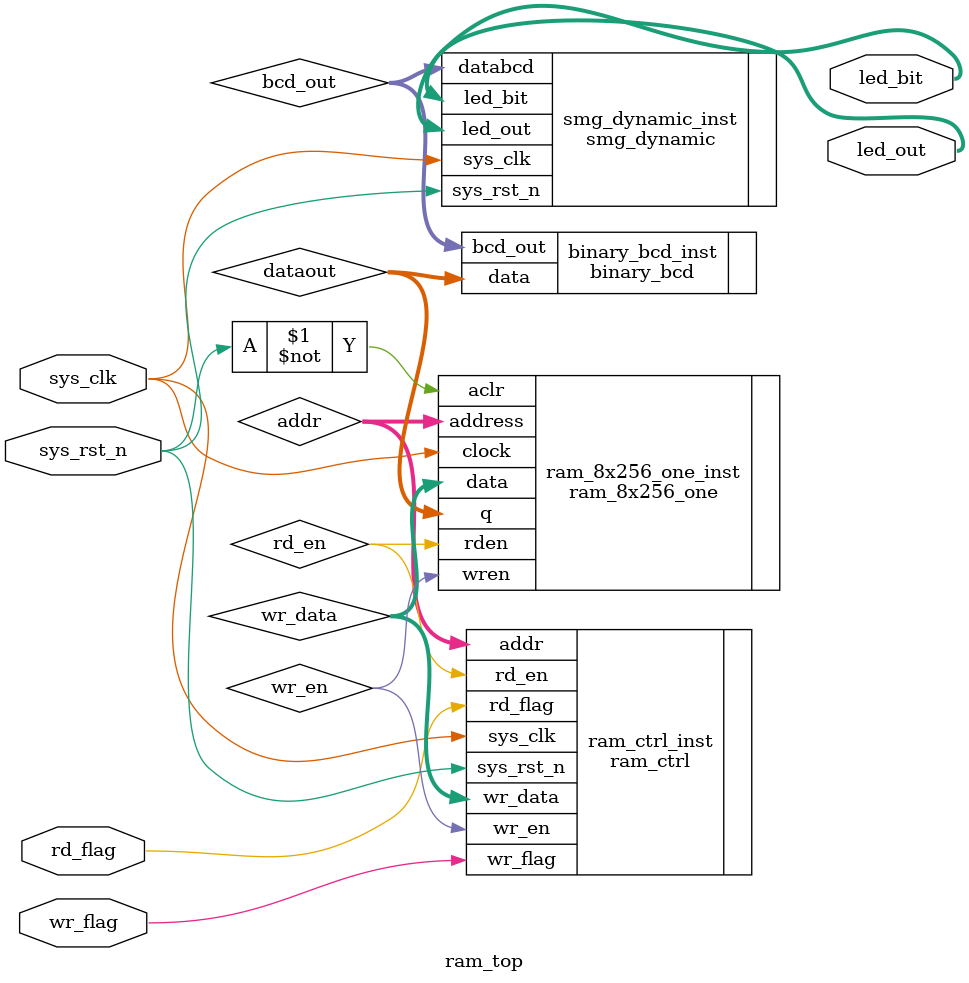
<source format=v>
module ram_top
(
input  	sys_clk		,
input  	sys_rst_n	,
input  	wr_flag		,
input  	rd_flag		,

output  [3:0]led_bit ,
output  [7:0]led_out
);

wire wr_en	         ;
wire [7:0]addr	     ;
wire [7:0]wr_data    ;
wire rd_en	         ;

ram_ctrl 
#(
.CNT_MAX1(24'd9_999_999)
)
ram_ctrl_inst
(
.sys_clk	(sys_clk	)	,
.sys_rst_n	(sys_rst_n	),
.wr_flag	(wr_flag	)	,
.rd_flag	(rd_flag	)	,

.wr_en		(wr_en	),
.addr		(addr	),
.wr_data	(wr_data)	,
.rd_en		(rd_en	)

);

wire [7:0] dataout;

ram_8x256_one	ram_8x256_one_inst 
(
	.aclr ( ~sys_rst_n ),
	.address ( addr ),
	.clock (sys_clk ),
	.data ( wr_data ),
	.rden ( rd_en ),
	.wren ( wr_en ),
	
	.q ( dataout )
	);
	
wire [15:0] bcd_out;
	
 binary_bcd  binary_bcd_inst
(
.data     (dataout) ,

. bcd_out (bcd_out)
);


smg_dynamic
#(
.CNT_SCAN_MAX(16'd49_999)
)
smg_dynamic_inst
(
.sys_clk	(sys_clk)    ,
.sys_rst_n  (sys_rst_n)  ,
.databcd	(bcd_out),

.led_bit 	(led_bit),
.led_out    (led_out)
);

endmodule 
</source>
